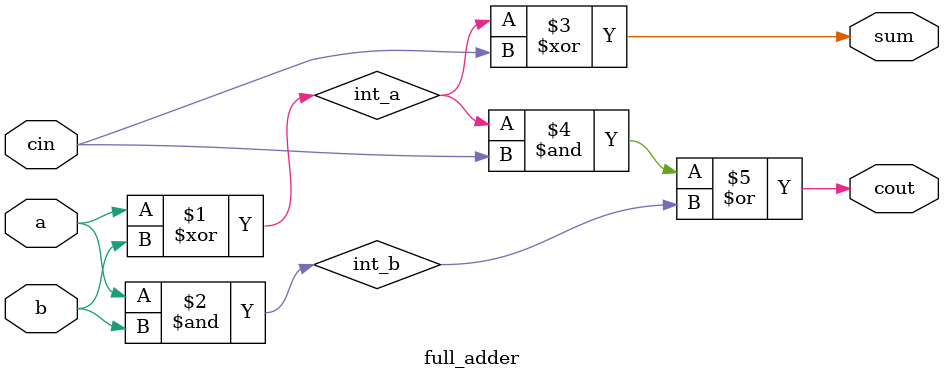
<source format=v>
module full_adder (
    input a,
    input b,
    input cin,
    output sum,
    output cout
);
    wire int_a = a ^ b; 
    wire int_b = a & b;

    assign sum = int_a ^ cin;
    assign cout = (int_a & cin) | int_b;
endmodule
</source>
